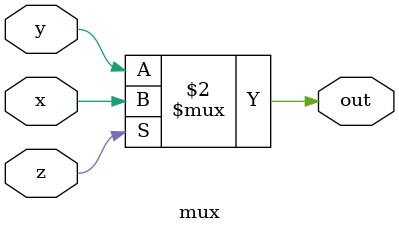
<source format=v>
module mux(x,y,z,out);
input x,y,z;
output out;
    assign out=(z==1'b1)?x:y;
endmodule
</source>
